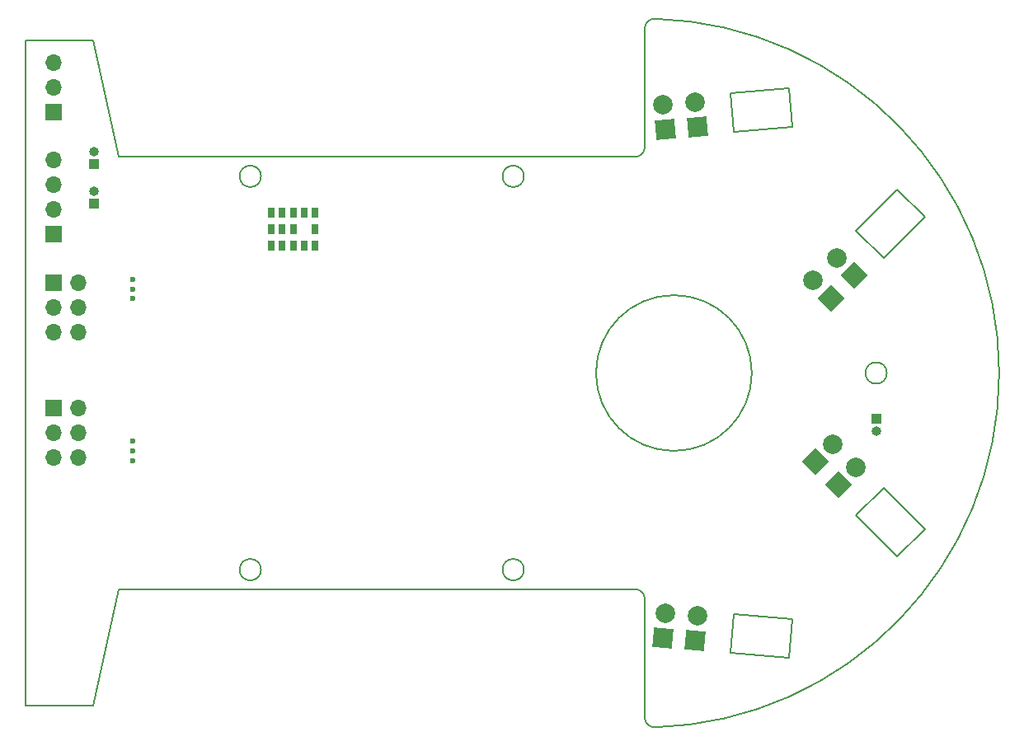
<source format=gbs>
G04 #@! TF.GenerationSoftware,KiCad,Pcbnew,(6.0.7)*
G04 #@! TF.CreationDate,2022-09-24T03:58:47+09:00*
G04 #@! TF.ProjectId,Quatro,51756174-726f-42e6-9b69-6361645f7063,0*
G04 #@! TF.SameCoordinates,Original*
G04 #@! TF.FileFunction,Soldermask,Bot*
G04 #@! TF.FilePolarity,Negative*
%FSLAX46Y46*%
G04 Gerber Fmt 4.6, Leading zero omitted, Abs format (unit mm)*
G04 Created by KiCad (PCBNEW (6.0.7)) date 2022-09-24 03:58:47*
%MOMM*%
%LPD*%
G01*
G04 APERTURE LIST*
G04 Aperture macros list*
%AMHorizOval*
0 Thick line with rounded ends*
0 $1 width*
0 $2 $3 position (X,Y) of the first rounded end (center of the circle)*
0 $4 $5 position (X,Y) of the second rounded end (center of the circle)*
0 Add line between two ends*
20,1,$1,$2,$3,$4,$5,0*
0 Add two circle primitives to create the rounded ends*
1,1,$1,$2,$3*
1,1,$1,$4,$5*%
%AMRotRect*
0 Rectangle, with rotation*
0 The origin of the aperture is its center*
0 $1 length*
0 $2 width*
0 $3 Rotation angle, in degrees counterclockwise*
0 Add horizontal line*
21,1,$1,$2,0,0,$3*%
G04 Aperture macros list end*
G04 #@! TA.AperFunction,Profile*
%ADD10C,0.200000*%
G04 #@! TD*
%ADD11C,0.600000*%
%ADD12R,0.700000X1.100000*%
%ADD13R,0.800000X1.100000*%
%ADD14RotRect,2.000000X2.000000X45.000000*%
%ADD15HorizOval,2.000000X0.000000X0.000000X0.000000X0.000000X0*%
%ADD16RotRect,2.000000X2.000000X135.000000*%
%ADD17HorizOval,2.000000X0.000000X0.000000X0.000000X0.000000X0*%
%ADD18RotRect,2.000000X2.000000X95.000000*%
%ADD19HorizOval,2.000000X0.000000X0.000000X0.000000X0.000000X0*%
%ADD20RotRect,2.000000X2.000000X85.000000*%
%ADD21HorizOval,2.000000X0.000000X0.000000X0.000000X0.000000X0*%
%ADD22R,1.700000X1.700000*%
%ADD23O,1.700000X1.700000*%
%ADD24R,1.000000X1.000000*%
%ADD25O,1.000000X1.000000*%
G04 APERTURE END LIST*
D10*
X180800000Y-94600000D02*
G75*
G03*
X180800000Y-94600000I-8000000J0D01*
G01*
X184962896Y-119873643D02*
X184614273Y-123858422D01*
X178985727Y-119350708D02*
X184962896Y-119873643D01*
X184614273Y-123858422D02*
X178637104Y-123335487D01*
X115800000Y-116800000D02*
X168800000Y-116800000D01*
X115800000Y-72400000D02*
X113200000Y-60400000D01*
X130400000Y-74400000D02*
G75*
G03*
X130400000Y-74400000I-1100000J0D01*
G01*
X170828250Y-58214499D02*
G75*
G03*
X169800000Y-59214127I-28250J-999601D01*
G01*
X198582048Y-78575229D02*
X194339407Y-82817870D01*
X169800000Y-117800000D02*
X169800000Y-129985873D01*
X195753620Y-75746802D02*
X198582048Y-78575229D01*
X168800000Y-72400000D02*
G75*
G03*
X169800000Y-71400000I0J1000000D01*
G01*
X194339407Y-106382130D02*
X198582048Y-110624771D01*
X157400000Y-74400000D02*
G75*
G03*
X157400000Y-74400000I-1100000J0D01*
G01*
X184614273Y-65341578D02*
X184962896Y-69326357D01*
X168800000Y-72400000D02*
X115800000Y-72400000D01*
X191510980Y-79989443D02*
X195753620Y-75746802D01*
X198582048Y-110624771D02*
X195753620Y-113453198D01*
X169800000Y-59214127D02*
X169800000Y-71400000D01*
X170828249Y-130985474D02*
G75*
G03*
X170828249Y-58214526I-1028249J36385474D01*
G01*
X169800000Y-117800000D02*
G75*
G03*
X168800000Y-116800000I-1000000J0D01*
G01*
X191510980Y-109210557D02*
X194339407Y-106382130D01*
X195753620Y-113453198D02*
X191510980Y-109210557D01*
X178637104Y-65864513D02*
X184614273Y-65341578D01*
X106200000Y-128800000D02*
X113200000Y-128800000D01*
X178637104Y-123335487D02*
X178985727Y-119350708D01*
X157400000Y-114800000D02*
G75*
G03*
X157400000Y-114800000I-1100000J0D01*
G01*
X178985727Y-69849292D02*
X178637104Y-65864513D01*
X106200000Y-60400000D02*
X106200000Y-128800000D01*
X130400000Y-114800000D02*
G75*
G03*
X130400000Y-114800000I-1100000J0D01*
G01*
X169800027Y-129985873D02*
G75*
G03*
X170828249Y-130985474I999973J-27D01*
G01*
X113200000Y-60400000D02*
X106200000Y-60400000D01*
X194666000Y-94600000D02*
G75*
G03*
X194666000Y-94600000I-1100000J0D01*
G01*
X194339407Y-82817870D02*
X191510980Y-79989443D01*
X113200000Y-128800000D02*
X115800000Y-116800000D01*
X184962896Y-69326357D02*
X178985727Y-69849292D01*
D11*
X117250000Y-103575000D03*
X117250000Y-101575000D03*
X117250000Y-102575000D03*
X117250000Y-86975000D03*
X117250000Y-84975000D03*
X117250000Y-85975000D03*
D12*
X135950000Y-78100000D03*
X134850000Y-78100000D03*
D13*
X133700000Y-78100000D03*
D12*
X132550000Y-78100000D03*
X131450000Y-78100000D03*
X131450000Y-79800000D03*
X131450000Y-81500000D03*
X132550000Y-81500000D03*
D13*
X133700000Y-81500000D03*
D12*
X134850000Y-81500000D03*
X135950000Y-81500000D03*
X135950000Y-79800000D03*
D13*
X133700000Y-79800000D03*
D12*
X132550000Y-79800000D03*
D14*
X189700000Y-106100000D03*
D15*
X191496051Y-104303949D03*
D16*
X188900000Y-86900000D03*
D17*
X187103949Y-85103949D03*
D18*
X171900000Y-69600000D03*
D19*
X171678624Y-67069665D03*
D20*
X175000000Y-122100000D03*
D21*
X175221376Y-119569665D03*
D20*
X171700000Y-121800000D03*
D21*
X171921376Y-119269665D03*
D14*
X187300000Y-103700000D03*
D15*
X189096051Y-101903949D03*
D18*
X175200000Y-69300000D03*
D19*
X174978624Y-66769665D03*
D16*
X191300000Y-84600000D03*
D17*
X189503949Y-82803949D03*
D22*
X109100000Y-85300000D03*
D23*
X111640000Y-85300000D03*
X109100000Y-87840000D03*
X111640000Y-87840000D03*
X109100000Y-90380000D03*
X111640000Y-90380000D03*
D24*
X113275000Y-73125000D03*
D25*
X113275000Y-71855000D03*
D24*
X193600000Y-99300000D03*
D25*
X193600000Y-100570000D03*
D22*
X109100000Y-98200000D03*
D23*
X111640000Y-98200000D03*
X109100000Y-100740000D03*
X111640000Y-100740000D03*
X109100000Y-103280000D03*
X111640000Y-103280000D03*
D22*
X109075000Y-80325000D03*
D23*
X109075000Y-77785000D03*
X109075000Y-75245000D03*
X109075000Y-72705000D03*
D24*
X113250000Y-77200000D03*
D25*
X113250000Y-75930000D03*
D22*
X109125000Y-67775000D03*
D23*
X109125000Y-65235000D03*
X109125000Y-62695000D03*
M02*

</source>
